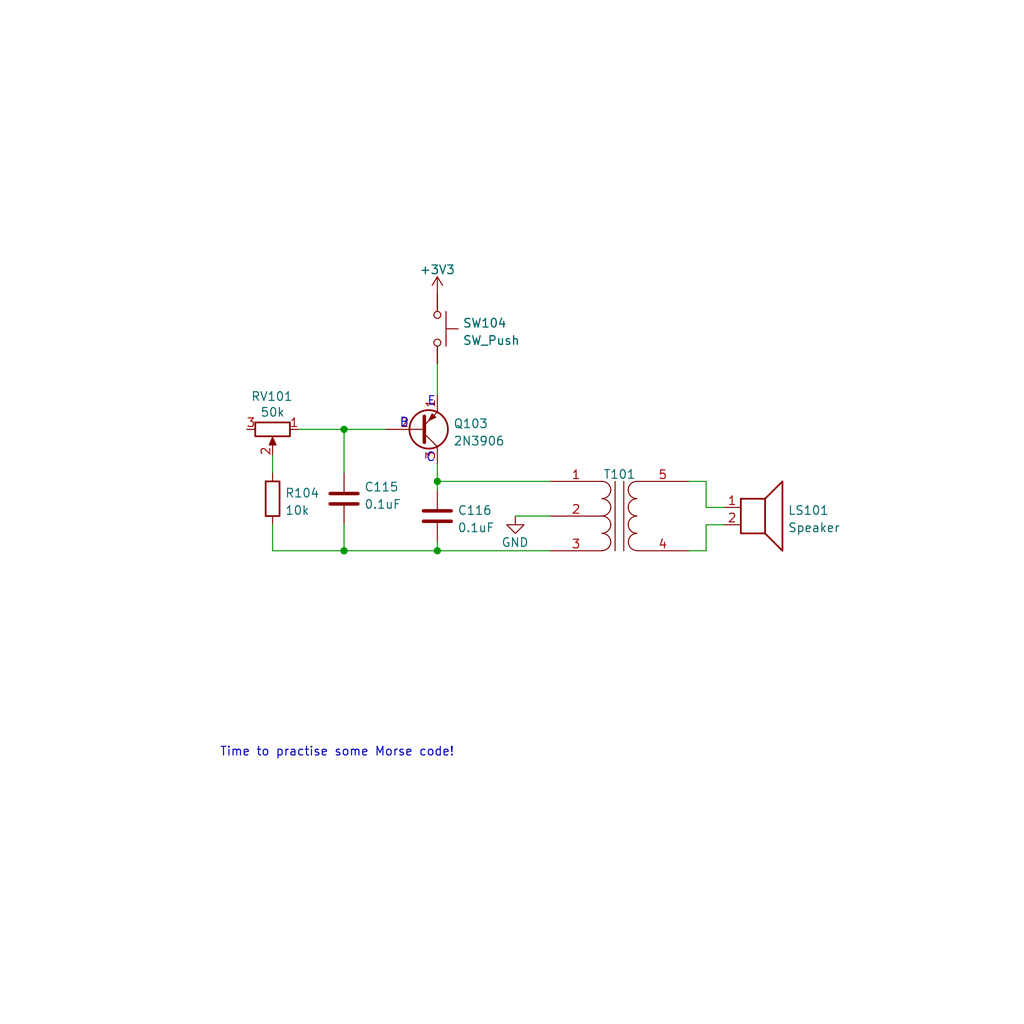
<source format=kicad_sch>
(kicad_sch (version 20211123) (generator eeschema)
  (paper "User" 150.012 150.012)
  (lib_symbols
    (symbol "Device:C" (pin_numbers hide) (pin_names (offset 0.254))
      (property "Reference" "C" (at 0.635 2.54 0))
      (property "Value" "C" (at 0.635 -2.54 0))
      (symbol "C_0_1"
        (polyline (pts (xy -2.032 -0.762) (xy 2.032 -0.762)) (stroke (width 0.508)))
        (polyline (pts (xy -2.032 0.762) (xy 2.032 0.762)) (stroke (width 0.508)))
      )
      (symbol "C_1_1"
        (pin passive line (at 0 3.81 270) (length 2.794) (name "~") (number "1"))
        (pin passive line (at 0 -3.81 90) (length 2.794) (name "~") (number "2"))
      )
    )
    (symbol "Device:R" (pin_numbers hide) (pin_names (offset 0))
      (property "Reference" "R" (at 2.032 0 90))
      (property "Value" "R" (at 0 0 90))
      (symbol "R_0_1"
        (rectangle (start -1.016 -2.54) (end 1.016 2.54) (stroke (width 0.254)))
      )
      (symbol "R_1_1"
        (pin passive line (at 0 3.81 270) (length 1.27) (name "~") (number "1"))
        (pin passive line (at 0 -3.81 90) (length 1.27) (name "~") (number "2"))
      )
    )
    (symbol "Device:R_Potentiometer" (pin_names (offset 1.016) hide)
      (property "Reference" "RV" (at -4.445 0 90))
      (property "Value" "R_Potentiometer" (at -2.54 0 90))
      (symbol "R_Potentiometer_0_1"
        (polyline (pts (xy 2.54 0) (xy 1.524 0)))
        (polyline (pts (xy 1.143 0) (xy 2.286 0.508) (xy 2.286 -0.508) (xy 1.143 0)) (fill (type outline)))
        (rectangle (start 1.016 2.54) (end -1.016 -2.54) (stroke (width 0.254)))
      )
      (symbol "R_Potentiometer_1_1"
        (pin passive line (at 0 3.81 270) (length 1.27) (name "1") (number "1"))
        (pin passive line (at 3.81 0 180) (length 1.27) (name "2") (number "2"))
        (pin passive line (at 0 -3.81 90) (length 1.27) (name "3") (number "3"))
      )
    )
    (symbol "Device:Speaker" (pin_names (offset 0) hide)
      (property "Reference" "LS" (at 1.27 5.715 0))
      (property "Value" "Speaker" (at 1.27 3.81 0))
      (symbol "Speaker_0_0"
        (rectangle (start -2.54 1.27) (end 1.016 -3.81) (stroke (width 0.254)))
        (polyline (pts (xy 1.016 1.27) (xy 3.556 3.81) (xy 3.556 -6.35) (xy 1.016 -3.81)) (stroke (width 0.254)))
      )
      (symbol "Speaker_1_1"
        (pin input line (at -5.08 0 0) (length 2.54) (name "1") (number "1"))
        (pin input line (at -5.08 -2.54 0) (length 2.54) (name "2") (number "2"))
      )
    )
    (symbol "Device:Transformer_SP_1S" (pin_names (offset 1.016) hide)
      (property "Reference" "T" (at 0 6.35 0))
      (property "Value" "Transformer_SP_1S" (at 0 -7.62 0))
      (symbol "Transformer_SP_1S_0_1"
        (arc (start -2.54 -5.0546) (mid -1.6599 -4.6901) (end -1.27 -3.81))
        (arc (start -2.54 -2.5146) (mid -1.6599 -2.1501) (end -1.27 -1.27))
        (arc (start -2.54 0.0254) (mid -1.6599 0.3899) (end -1.27 1.27))
        (arc (start -2.54 2.5654) (mid -1.6599 2.9299) (end -1.27 3.81))
        (arc (start -1.27 -3.81) (mid -1.642 -2.912) (end -2.54 -2.54))
        (arc (start -1.27 -1.27) (mid -1.642 -0.372) (end -2.54 0))
        (arc (start -1.27 1.27) (mid -1.642 2.168) (end -2.54 2.54))
        (arc (start -1.27 3.81) (mid -1.642 4.708) (end -2.54 5.08))
        (polyline (pts (xy -0.635 5.08) (xy -0.635 -5.08)))
        (polyline (pts (xy 0.635 -5.08) (xy 0.635 5.08)))
        (arc (start 1.2954 -1.27) (mid 1.6599 -2.1501) (end 2.54 -2.5146))
        (arc (start 1.2954 1.27) (mid 1.6599 0.3899) (end 2.54 0.0254))
        (arc (start 1.2954 3.81) (mid 1.6599 2.9299) (end 2.54 2.5654))
        (arc (start 1.3208 -3.81) (mid 1.6853 -4.6901) (end 2.5654 -5.0546))
        (arc (start 2.54 0) (mid 1.642 -0.372) (end 1.2954 -1.27))
        (arc (start 2.54 2.54) (mid 1.642 2.168) (end 1.2954 1.27))
        (arc (start 2.54 5.08) (mid 1.642 4.708) (end 1.2954 3.81))
        (arc (start 2.5654 -2.54) (mid 1.6674 -2.912) (end 1.3208 -3.81))
      )
      (symbol "Transformer_SP_1S_1_1"
        (pin passive line (at -10.16 5.08 0) (length 7.62) (name "PR1") (number "1"))
        (pin passive line (at -10.16 0 0) (length 7.62) (name "PM") (number "2"))
        (pin passive line (at -10.16 -5.08 0) (length 7.62) (name "PR2") (number "3"))
        (pin passive line (at 10.16 -5.08 180) (length 7.62) (name "S1") (number "4"))
        (pin passive line (at 10.16 5.08 180) (length 7.62) (name "S2") (number "5"))
      )
    )
    (symbol "Switch:SW_Push" (pin_numbers hide) (pin_names (offset 1.016) hide)
      (property "Reference" "SW" (at 1.27 2.54 0))
      (property "Value" "SW_Push" (at 0 -1.524 0))
      (symbol "SW_Push_0_1"
        (circle (center -2.032 0) (radius 0.508))
        (polyline (pts (xy 0 1.27) (xy 0 3.048)))
        (polyline (pts (xy 2.54 1.27) (xy -2.54 1.27)))
        (circle (center 2.032 0) (radius 0.508))
        (pin passive line (at -5.08 0 0) (length 2.54) (name "1") (number "1"))
        (pin passive line (at 5.08 0 180) (length 2.54) (name "2") (number "2"))
      )
    )
    (symbol "Transistor_BJT:2N3906" (pin_names (offset 0) hide)
      (property "Reference" "Q" (at 5.08 1.905 0))
      (property "Value" "2N3906" (at 5.08 0 0))
      (symbol "2N3906_0_1"
        (polyline (pts (xy 0.635 0.635) (xy 2.54 2.54)))
        (polyline (pts (xy 0.635 -0.635) (xy 2.54 -2.54) (xy 2.54 -2.54)))
        (polyline (pts (xy 0.635 1.905) (xy 0.635 -1.905) (xy 0.635 -1.905)) (stroke (width 0.508)))
        (polyline (pts (xy 2.286 -1.778) (xy 1.778 -2.286) (xy 1.27 -1.27) (xy 2.286 -1.778) (xy 2.286 -1.778)) (fill (type outline)))
        (circle (center 1.27 0) (radius 2.8194) (stroke (width 0.254)))
      )
      (symbol "2N3906_1_1"
        (pin passive line (at 2.54 -5.08 90) (length 2.54) (name "E") (number "1"))
        (pin input line (at -5.08 0 0) (length 5.715) (name "B") (number "2"))
        (pin passive line (at 2.54 5.08 270) (length 2.54) (name "C") (number "3"))
      )
    )
    (symbol "power:+3V3" (power) (pin_names (offset 0))
      (property "Value" "+3V3" (at 0 3.556 0))
      (symbol "+3V3_0_1"
        (polyline (pts (xy -0.762 1.27) (xy 0 2.54)))
        (polyline (pts (xy 0 0) (xy 0 2.54)))
        (polyline (pts (xy 0 2.54) (xy 0.762 1.27)))
      )
      (symbol "+3V3_1_1"
        (pin power_in line (at 0 0 90) (length 0) hide (name "+3V3") (number "1"))
      )
    )
    (symbol "power:GND" (power) (pin_names (offset 0))
      (property "Value" "GND" (at 0 -3.81 0))
      (symbol "GND_0_1"
        (polyline (pts (xy 0 0) (xy 0 -1.27) (xy 1.27 -1.27) (xy 0 -2.54) (xy -1.27 -1.27) (xy 0 -1.27)))
      )
      (symbol "GND_1_1"
        (pin power_in line (at 0 0 270) (length 0) hide (name "GND") (number "1"))
      )
    )
  )
  (junction (at 50.3936 80.6704))
  (junction (at 64.0588 70.5104))
  (junction (at 64.0588 80.6704))
  (junction (at 50.3936 62.8904))
  (wire (pts (xy 50.3936 76.8604) (xy 50.3936 80.6704)))
  (wire (pts (xy 64.0588 53.2384) (xy 64.0588 57.8104)))
  (wire (pts (xy 39.9288 66.7004) (xy 39.9288 69.2404)))
  (wire (pts (xy 103.4288 74.3204) (xy 103.4288 70.5104)))
  (wire (pts (xy 50.3936 80.6704) (xy 64.0588 80.6704)))
  (wire (pts (xy 103.4288 70.5104) (xy 100.8888 70.5104)))
  (wire (pts (xy 100.8888 80.6704) (xy 103.4288 80.6704)))
  (wire (pts (xy 50.3936 62.8904) (xy 50.3936 69.2404)))
  (wire (pts (xy 64.0588 71.7804) (xy 64.0588 70.5104)))
  (wire (pts (xy 103.4288 80.6704) (xy 103.4288 76.8604)))
  (wire (pts (xy 64.0588 80.6704) (xy 64.0588 79.4004)))
  (wire (pts (xy 50.3936 62.8904) (xy 56.4388 62.8904)))
  (wire (pts (xy 103.4288 76.8604) (xy 105.9688 76.8604)))
  (wire (pts (xy 39.9288 76.8604) (xy 39.9288 80.6704)))
  (wire (pts (xy 43.7388 62.8904) (xy 50.3936 62.8904)))
  (wire (pts (xy 75.4888 75.5904) (xy 80.5688 75.5904)))
  (wire (pts (xy 39.9288 80.6704) (xy 50.3936 80.6704)))
  (wire (pts (xy 64.0588 70.5104) (xy 64.0588 67.9704)))
  (wire (pts (xy 105.9688 74.3204) (xy 103.4288 74.3204)))
  (wire (pts (xy 64.0588 70.5104) (xy 80.5688 70.5104)))
  (wire (pts (xy 80.5688 80.6704) (xy 64.0588 80.6704)))
  (text "Time to practise some Morse code!" (at 32.1564 110.998 0) (effects (font (size 1.27 1.27)) (justify left bottom)))
  (text "B" (at 58.4708 62.7888 0) (effects (font (size 1.27 1.27)) (justify left bottom)))
  (text "E" (at 62.5348 59.6392 0) (effects (font (size 1.27 1.27)) (justify left bottom)))
  (text "C" (at 62.3316 67.8688 0) (effects (font (size 1.27 1.27)) (justify left bottom)))
  (symbol (lib_id "Switch:SW_Push") (at 64.0588 48.1584 270) (unit 1)
    (property "Reference" "SW104" (at 67.7418 47.3237 90) (effects (justify left)))
    (property "Value" "SW_Push" (at 67.7418 49.8606 90) (effects (justify left)))
  )
  (symbol (lib_id "Device:C") (at 50.3936 73.0504 0) (mirror y) (unit 1)
    (property "Reference" "C115" (at 53.3146 71.3267 0) (effects (justify right)))
    (property "Value" "0.1uF" (at 53.3146 73.8636 0) (effects (justify right)))
  )
  (symbol (lib_id "Device:R_Potentiometer") (at 39.9288 62.8904 270) (unit 1)
    (property "Reference" "RV101" (at 39.8272 58.0644 90))
    (property "Value" "50k" (at 39.9288 60.3758 90))
  )
  (symbol (lib_id "Device:Speaker") (at 111.0488 74.3204 0) (unit 1)
    (property "Reference" "LS101" (at 115.3668 74.7557 0) (effects (justify left)))
    (property "Value" "Speaker" (at 115.3668 77.2926 0) (effects (justify left)))
  )
  (symbol (lib_id "Transistor_BJT:2N3906") (at 61.5188 62.8904 0) (mirror x) (unit 1)
    (property "Reference" "Q103" (at 66.3702 62.0557 0) (effects (justify left)))
    (property "Value" "2N3906" (at 66.3702 64.5926 0) (effects (justify left)))
    (property "Footprint" "Package_TO_SOT_THT:TO-92_Inline" (effects hide))
    (property "Datasheet" "https://www.onsemi.com/pub/Collateral/2N3906-D.PDF" (effects hide))
  )
  (symbol (lib_id "Device:C") (at 64.0588 75.5904 0) (unit 1)
    (property "Reference" "C116" (at 66.9798 74.7557 0) (effects (justify left)))
    (property "Value" "0.1uF" (at 66.9798 77.2926 0) (effects (justify left)))
  )
  (symbol (lib_id "power:+3V3") (at 64.0588 43.0784 0) (unit 1)
    (property "Reference" "#PWR?" (effects hide))
    (property "Value" "+3V3" (at 64.0588 39.5026 0))
  )
  (symbol (lib_id "Device:Transformer_SP_1S") (at 90.7288 75.5904 0) (unit 1)
    (property "Reference" "T101" (at 90.7415 69.4744 0))
    (property "Value" "Transformer_SP_1S" (effects hide))
  )
  (symbol (lib_id "Device:R") (at 39.9288 73.0504 0) (mirror y) (unit 1)
    (property "Reference" "R104" (at 41.7068 72.2157 0) (effects (justify right)))
    (property "Value" "10k" (at 41.7068 74.7526 0) (effects (justify right)))
  )
  (symbol (lib_id "power:GND") (at 75.4888 75.5904 0) (unit 1)
    (property "Reference" "#PWR050" (effects hide))
    (property "Value" "GND" (at 75.438 79.4512 0))
  )
)
</source>
